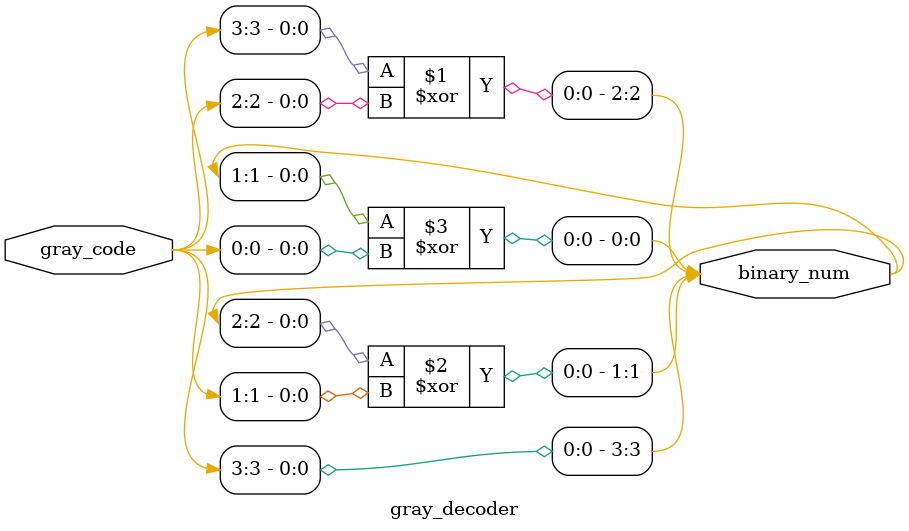
<source format=sv>

`timescale 1ns/1ps

module gray_decoder(input logic [3:0] gray_code, output logic [3:0] binary_num);

assign binary_num[3] = gray_code[3];
assign binary_num[2] = binary_num[3] ^ gray_code[2];
assign binary_num[1] = binary_num[2] ^ gray_code[1];
assign binary_num[0] = binary_num[1] ^ gray_code[0];

endmodule

</source>
